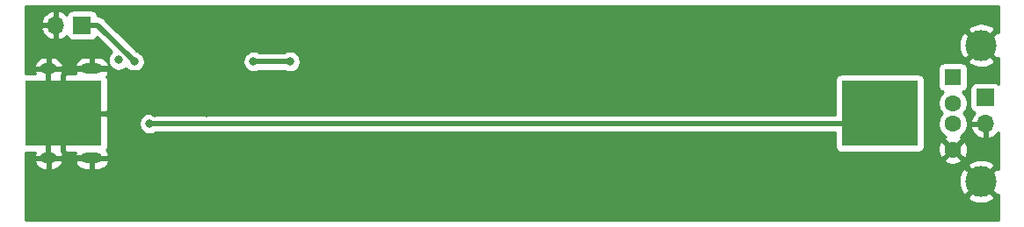
<source format=gbr>
G04 #@! TF.GenerationSoftware,KiCad,Pcbnew,(5.1.6)-1*
G04 #@! TF.CreationDate,2020-11-21T14:03:53+08:00*
G04 #@! TF.ProjectId,singlepowerbank2,73696e67-6c65-4706-9f77-657262616e6b,rev?*
G04 #@! TF.SameCoordinates,Original*
G04 #@! TF.FileFunction,Copper,L2,Bot*
G04 #@! TF.FilePolarity,Positive*
%FSLAX46Y46*%
G04 Gerber Fmt 4.6, Leading zero omitted, Abs format (unit mm)*
G04 Created by KiCad (PCBNEW (5.1.6)-1) date 2020-11-21 14:03:53*
%MOMM*%
%LPD*%
G01*
G04 APERTURE LIST*
G04 #@! TA.AperFunction,ComponentPad*
%ADD10O,1.700000X1.700000*%
G04 #@! TD*
G04 #@! TA.AperFunction,ComponentPad*
%ADD11R,1.700000X1.700000*%
G04 #@! TD*
G04 #@! TA.AperFunction,SMDPad,CuDef*
%ADD12R,7.340000X6.350000*%
G04 #@! TD*
G04 #@! TA.AperFunction,ComponentPad*
%ADD13O,2.100000X1.000000*%
G04 #@! TD*
G04 #@! TA.AperFunction,ComponentPad*
%ADD14O,1.600000X1.000000*%
G04 #@! TD*
G04 #@! TA.AperFunction,ComponentPad*
%ADD15C,1.600000*%
G04 #@! TD*
G04 #@! TA.AperFunction,ComponentPad*
%ADD16R,1.600000X1.600000*%
G04 #@! TD*
G04 #@! TA.AperFunction,ComponentPad*
%ADD17C,3.000000*%
G04 #@! TD*
G04 #@! TA.AperFunction,ViaPad*
%ADD18C,0.800000*%
G04 #@! TD*
G04 #@! TA.AperFunction,Conductor*
%ADD19C,0.500000*%
G04 #@! TD*
G04 #@! TA.AperFunction,Conductor*
%ADD20C,0.254000*%
G04 #@! TD*
G04 APERTURE END LIST*
D10*
X153500000Y-150040000D03*
D11*
X153500000Y-147500000D03*
D10*
X63960000Y-140500000D03*
D11*
X66500000Y-140500000D03*
D12*
X64670000Y-149000000D03*
X143330000Y-149000000D03*
D13*
X67430000Y-153320000D03*
X67430000Y-144680000D03*
D14*
X63250000Y-144680000D03*
X63250000Y-153320000D03*
D15*
X150370000Y-152520000D03*
X150370000Y-150020000D03*
X150370000Y-148020000D03*
D16*
X150370000Y-145520000D03*
D17*
X153080000Y-142450000D03*
X153080000Y-155590000D03*
D18*
X73500000Y-149000000D03*
X78500000Y-149000000D03*
X70898952Y-145101048D03*
X73000000Y-145249992D03*
X69999998Y-143849990D03*
X71500000Y-144000000D03*
X73000000Y-150000000D03*
X83000000Y-144000000D03*
X86500000Y-144000000D03*
D19*
X63250000Y-147850000D02*
X64400000Y-149000000D01*
X63250000Y-144680000D02*
X63250000Y-147850000D01*
X67430000Y-144680000D02*
X65045000Y-144680000D01*
X63250000Y-150150000D02*
X64400000Y-149000000D01*
X63250000Y-153320000D02*
X63250000Y-150150000D01*
X67430000Y-153320000D02*
X65045000Y-153320000D01*
X73500000Y-149000000D02*
X78500000Y-149000000D01*
X67430000Y-144680000D02*
X68980000Y-144680000D01*
X68980000Y-144680000D02*
X69401048Y-145101048D01*
X69401048Y-145101048D02*
X70898952Y-145101048D01*
X70898952Y-145101048D02*
X72851056Y-145101048D01*
X72851056Y-145101048D02*
X73000000Y-145249992D01*
X140360000Y-151700000D02*
X143060000Y-149000000D01*
X142330000Y-150000000D02*
X143330000Y-149000000D01*
X73000000Y-150000000D02*
X142330000Y-150000000D01*
X68000000Y-140500000D02*
X71500000Y-144000000D01*
X66500000Y-140500000D02*
X68000000Y-140500000D01*
X83000000Y-144000000D02*
X86500000Y-144000000D01*
D20*
G36*
X154740001Y-141221181D02*
G01*
X154571653Y-141137952D01*
X153259605Y-142450000D01*
X154571653Y-143762048D01*
X154740001Y-143678819D01*
X154740001Y-146148602D01*
X154704494Y-146119463D01*
X154594180Y-146060498D01*
X154474482Y-146024188D01*
X154350000Y-146011928D01*
X152650000Y-146011928D01*
X152525518Y-146024188D01*
X152405820Y-146060498D01*
X152295506Y-146119463D01*
X152198815Y-146198815D01*
X152119463Y-146295506D01*
X152060498Y-146405820D01*
X152024188Y-146525518D01*
X152011928Y-146650000D01*
X152011928Y-148350000D01*
X152024188Y-148474482D01*
X152060498Y-148594180D01*
X152119463Y-148704494D01*
X152198815Y-148801185D01*
X152295506Y-148880537D01*
X152405820Y-148939502D01*
X152486466Y-148963966D01*
X152402412Y-149039731D01*
X152228359Y-149273080D01*
X152103175Y-149535901D01*
X152058524Y-149683110D01*
X152179845Y-149913000D01*
X153373000Y-149913000D01*
X153373000Y-149893000D01*
X153627000Y-149893000D01*
X153627000Y-149913000D01*
X153647000Y-149913000D01*
X153647000Y-150167000D01*
X153627000Y-150167000D01*
X153627000Y-151360814D01*
X153856891Y-151481481D01*
X154131252Y-151384157D01*
X154381355Y-151235178D01*
X154597588Y-151040269D01*
X154740000Y-150849340D01*
X154740000Y-154361181D01*
X154571653Y-154277952D01*
X153259605Y-155590000D01*
X154571653Y-156902048D01*
X154740000Y-156818819D01*
X154740000Y-159340000D01*
X61060000Y-159340000D01*
X61060000Y-157081653D01*
X151767952Y-157081653D01*
X151923962Y-157397214D01*
X152298745Y-157588020D01*
X152703551Y-157702044D01*
X153122824Y-157734902D01*
X153540451Y-157685334D01*
X153940383Y-157555243D01*
X154236038Y-157397214D01*
X154392048Y-157081653D01*
X153080000Y-155769605D01*
X151767952Y-157081653D01*
X61060000Y-157081653D01*
X61060000Y-155632824D01*
X150935098Y-155632824D01*
X150984666Y-156050451D01*
X151114757Y-156450383D01*
X151272786Y-156746038D01*
X151588347Y-156902048D01*
X152900395Y-155590000D01*
X151588347Y-154277952D01*
X151272786Y-154433962D01*
X151081980Y-154808745D01*
X150967956Y-155213551D01*
X150935098Y-155632824D01*
X61060000Y-155632824D01*
X61060000Y-153621874D01*
X61855881Y-153621874D01*
X61935724Y-153844976D01*
X62057631Y-154032764D01*
X62213831Y-154193161D01*
X62398322Y-154320003D01*
X62604013Y-154408415D01*
X62823000Y-154455000D01*
X63123000Y-154455000D01*
X63123000Y-153447000D01*
X63377000Y-153447000D01*
X63377000Y-154455000D01*
X63677000Y-154455000D01*
X63895987Y-154408415D01*
X64101678Y-154320003D01*
X64286169Y-154193161D01*
X64442369Y-154032764D01*
X64564276Y-153844976D01*
X64644119Y-153621874D01*
X65785881Y-153621874D01*
X65865724Y-153844976D01*
X65987631Y-154032764D01*
X66143831Y-154193161D01*
X66328322Y-154320003D01*
X66534013Y-154408415D01*
X66753000Y-154455000D01*
X67303000Y-154455000D01*
X67303000Y-153447000D01*
X67557000Y-153447000D01*
X67557000Y-154455000D01*
X68107000Y-154455000D01*
X68325987Y-154408415D01*
X68531678Y-154320003D01*
X68716169Y-154193161D01*
X68808502Y-154098347D01*
X151767952Y-154098347D01*
X153080000Y-155410395D01*
X154392048Y-154098347D01*
X154236038Y-153782786D01*
X153861255Y-153591980D01*
X153456449Y-153477956D01*
X153037176Y-153445098D01*
X152619549Y-153494666D01*
X152219617Y-153624757D01*
X151923962Y-153782786D01*
X151767952Y-154098347D01*
X68808502Y-154098347D01*
X68872369Y-154032764D01*
X68994276Y-153844976D01*
X69074119Y-153621874D01*
X68995356Y-153512702D01*
X149556903Y-153512702D01*
X149628486Y-153756671D01*
X149883996Y-153877571D01*
X150158184Y-153946300D01*
X150440512Y-153960217D01*
X150720130Y-153918787D01*
X150986292Y-153823603D01*
X151111514Y-153756671D01*
X151183097Y-153512702D01*
X150370000Y-152699605D01*
X149556903Y-153512702D01*
X68995356Y-153512702D01*
X68947954Y-153447000D01*
X67557000Y-153447000D01*
X67303000Y-153447000D01*
X65912046Y-153447000D01*
X65785881Y-153621874D01*
X64644119Y-153621874D01*
X64517954Y-153447000D01*
X63377000Y-153447000D01*
X63123000Y-153447000D01*
X61982046Y-153447000D01*
X61855881Y-153621874D01*
X61060000Y-153621874D01*
X61060000Y-152813018D01*
X61929567Y-152812228D01*
X61855881Y-153018126D01*
X61982046Y-153193000D01*
X63123000Y-153193000D01*
X63123000Y-153173000D01*
X63377000Y-153173000D01*
X63377000Y-153193000D01*
X64517954Y-153193000D01*
X64644119Y-153018126D01*
X64564276Y-152795024D01*
X64499306Y-152694944D01*
X64543000Y-152651250D01*
X64543000Y-149127000D01*
X64797000Y-149127000D01*
X64797000Y-152651250D01*
X64955750Y-152810000D01*
X65860071Y-152810821D01*
X65785881Y-153018126D01*
X65912046Y-153193000D01*
X67303000Y-153193000D01*
X67303000Y-153173000D01*
X67557000Y-153173000D01*
X67557000Y-153193000D01*
X68947954Y-153193000D01*
X69074119Y-153018126D01*
X68994276Y-152795024D01*
X68872369Y-152607236D01*
X68836752Y-152570662D01*
X68870537Y-152529494D01*
X68929502Y-152419180D01*
X68965812Y-152299482D01*
X68978072Y-152175000D01*
X68975652Y-149898061D01*
X71965000Y-149898061D01*
X71965000Y-150101939D01*
X72004774Y-150301898D01*
X72082795Y-150490256D01*
X72196063Y-150659774D01*
X72340226Y-150803937D01*
X72509744Y-150917205D01*
X72698102Y-150995226D01*
X72898061Y-151035000D01*
X73101939Y-151035000D01*
X73301898Y-150995226D01*
X73490256Y-150917205D01*
X73538454Y-150885000D01*
X139021928Y-150885000D01*
X139021928Y-152175000D01*
X139034188Y-152299482D01*
X139070498Y-152419180D01*
X139129463Y-152529494D01*
X139208815Y-152626185D01*
X139305506Y-152705537D01*
X139415820Y-152764502D01*
X139535518Y-152800812D01*
X139660000Y-152813072D01*
X147000000Y-152813072D01*
X147124482Y-152800812D01*
X147244180Y-152764502D01*
X147354494Y-152705537D01*
X147451185Y-152626185D01*
X147480460Y-152590512D01*
X148929783Y-152590512D01*
X148971213Y-152870130D01*
X149066397Y-153136292D01*
X149133329Y-153261514D01*
X149377298Y-153333097D01*
X150190395Y-152520000D01*
X150549605Y-152520000D01*
X151362702Y-153333097D01*
X151606671Y-153261514D01*
X151727571Y-153006004D01*
X151796300Y-152731816D01*
X151810217Y-152449488D01*
X151768787Y-152169870D01*
X151673603Y-151903708D01*
X151606671Y-151778486D01*
X151362702Y-151706903D01*
X150549605Y-152520000D01*
X150190395Y-152520000D01*
X149377298Y-151706903D01*
X149133329Y-151778486D01*
X149012429Y-152033996D01*
X148943700Y-152308184D01*
X148929783Y-152590512D01*
X147480460Y-152590512D01*
X147530537Y-152529494D01*
X147589502Y-152419180D01*
X147625812Y-152299482D01*
X147638072Y-152175000D01*
X147638072Y-145825000D01*
X147625812Y-145700518D01*
X147589502Y-145580820D01*
X147530537Y-145470506D01*
X147451185Y-145373815D01*
X147354494Y-145294463D01*
X147244180Y-145235498D01*
X147124482Y-145199188D01*
X147000000Y-145186928D01*
X139660000Y-145186928D01*
X139535518Y-145199188D01*
X139415820Y-145235498D01*
X139305506Y-145294463D01*
X139208815Y-145373815D01*
X139129463Y-145470506D01*
X139070498Y-145580820D01*
X139034188Y-145700518D01*
X139021928Y-145825000D01*
X139021928Y-149115000D01*
X73538454Y-149115000D01*
X73490256Y-149082795D01*
X73301898Y-149004774D01*
X73101939Y-148965000D01*
X72898061Y-148965000D01*
X72698102Y-149004774D01*
X72509744Y-149082795D01*
X72340226Y-149196063D01*
X72196063Y-149340226D01*
X72082795Y-149509744D01*
X72004774Y-149698102D01*
X71965000Y-149898061D01*
X68975652Y-149898061D01*
X68975000Y-149285750D01*
X68816250Y-149127000D01*
X64797000Y-149127000D01*
X64543000Y-149127000D01*
X64523000Y-149127000D01*
X64523000Y-148873000D01*
X64543000Y-148873000D01*
X64543000Y-145348750D01*
X64797000Y-145348750D01*
X64797000Y-148873000D01*
X68816250Y-148873000D01*
X68975000Y-148714250D01*
X68978072Y-145825000D01*
X68965812Y-145700518D01*
X68929502Y-145580820D01*
X68870537Y-145470506D01*
X68836752Y-145429338D01*
X68872369Y-145392764D01*
X68994276Y-145204976D01*
X69074119Y-144981874D01*
X68947954Y-144807000D01*
X67557000Y-144807000D01*
X67557000Y-144827000D01*
X67303000Y-144827000D01*
X67303000Y-144807000D01*
X65912046Y-144807000D01*
X65785881Y-144981874D01*
X65860071Y-145189179D01*
X64955750Y-145190000D01*
X64797000Y-145348750D01*
X64543000Y-145348750D01*
X64499306Y-145305056D01*
X64564276Y-145204976D01*
X64644119Y-144981874D01*
X64517954Y-144807000D01*
X63377000Y-144807000D01*
X63377000Y-144827000D01*
X63123000Y-144827000D01*
X63123000Y-144807000D01*
X61982046Y-144807000D01*
X61855881Y-144981874D01*
X61929567Y-145187772D01*
X61060000Y-145186982D01*
X61060000Y-144378126D01*
X61855881Y-144378126D01*
X61982046Y-144553000D01*
X63123000Y-144553000D01*
X63123000Y-143545000D01*
X63377000Y-143545000D01*
X63377000Y-144553000D01*
X64517954Y-144553000D01*
X64644119Y-144378126D01*
X65785881Y-144378126D01*
X65912046Y-144553000D01*
X67303000Y-144553000D01*
X67303000Y-143545000D01*
X67557000Y-143545000D01*
X67557000Y-144553000D01*
X68947954Y-144553000D01*
X69074119Y-144378126D01*
X68994276Y-144155024D01*
X68872369Y-143967236D01*
X68716169Y-143806839D01*
X68531678Y-143679997D01*
X68325987Y-143591585D01*
X68107000Y-143545000D01*
X67557000Y-143545000D01*
X67303000Y-143545000D01*
X66753000Y-143545000D01*
X66534013Y-143591585D01*
X66328322Y-143679997D01*
X66143831Y-143806839D01*
X65987631Y-143967236D01*
X65865724Y-144155024D01*
X65785881Y-144378126D01*
X64644119Y-144378126D01*
X64564276Y-144155024D01*
X64442369Y-143967236D01*
X64286169Y-143806839D01*
X64101678Y-143679997D01*
X63895987Y-143591585D01*
X63677000Y-143545000D01*
X63377000Y-143545000D01*
X63123000Y-143545000D01*
X62823000Y-143545000D01*
X62604013Y-143591585D01*
X62398322Y-143679997D01*
X62213831Y-143806839D01*
X62057631Y-143967236D01*
X61935724Y-144155024D01*
X61855881Y-144378126D01*
X61060000Y-144378126D01*
X61060000Y-140856891D01*
X62518519Y-140856891D01*
X62615843Y-141131252D01*
X62764822Y-141381355D01*
X62959731Y-141597588D01*
X63193080Y-141771641D01*
X63455901Y-141896825D01*
X63603110Y-141941476D01*
X63833000Y-141820155D01*
X63833000Y-140627000D01*
X62639186Y-140627000D01*
X62518519Y-140856891D01*
X61060000Y-140856891D01*
X61060000Y-140143109D01*
X62518519Y-140143109D01*
X62639186Y-140373000D01*
X63833000Y-140373000D01*
X63833000Y-139179845D01*
X64087000Y-139179845D01*
X64087000Y-140373000D01*
X64107000Y-140373000D01*
X64107000Y-140627000D01*
X64087000Y-140627000D01*
X64087000Y-141820155D01*
X64316890Y-141941476D01*
X64464099Y-141896825D01*
X64726920Y-141771641D01*
X64960269Y-141597588D01*
X65036034Y-141513534D01*
X65060498Y-141594180D01*
X65119463Y-141704494D01*
X65198815Y-141801185D01*
X65295506Y-141880537D01*
X65405820Y-141939502D01*
X65525518Y-141975812D01*
X65650000Y-141988072D01*
X67350000Y-141988072D01*
X67474482Y-141975812D01*
X67594180Y-141939502D01*
X67704494Y-141880537D01*
X67801185Y-141801185D01*
X67880537Y-141704494D01*
X67905749Y-141657327D01*
X69317349Y-143068928D01*
X69196061Y-143190216D01*
X69082793Y-143359734D01*
X69004772Y-143548092D01*
X68964998Y-143748051D01*
X68964998Y-143951929D01*
X69004772Y-144151888D01*
X69082793Y-144340246D01*
X69196061Y-144509764D01*
X69340224Y-144653927D01*
X69509742Y-144767195D01*
X69698100Y-144845216D01*
X69898059Y-144884990D01*
X70101937Y-144884990D01*
X70301896Y-144845216D01*
X70490254Y-144767195D01*
X70659772Y-144653927D01*
X70679185Y-144634514D01*
X70696063Y-144659774D01*
X70840226Y-144803937D01*
X71009744Y-144917205D01*
X71198102Y-144995226D01*
X71398061Y-145035000D01*
X71601939Y-145035000D01*
X71801898Y-144995226D01*
X71990256Y-144917205D01*
X72159774Y-144803937D01*
X72303937Y-144659774D01*
X72417205Y-144490256D01*
X72495226Y-144301898D01*
X72535000Y-144101939D01*
X72535000Y-143898061D01*
X81965000Y-143898061D01*
X81965000Y-144101939D01*
X82004774Y-144301898D01*
X82082795Y-144490256D01*
X82196063Y-144659774D01*
X82340226Y-144803937D01*
X82509744Y-144917205D01*
X82698102Y-144995226D01*
X82898061Y-145035000D01*
X83101939Y-145035000D01*
X83301898Y-144995226D01*
X83490256Y-144917205D01*
X83538454Y-144885000D01*
X85961546Y-144885000D01*
X86009744Y-144917205D01*
X86198102Y-144995226D01*
X86398061Y-145035000D01*
X86601939Y-145035000D01*
X86801898Y-144995226D01*
X86990256Y-144917205D01*
X87159774Y-144803937D01*
X87243711Y-144720000D01*
X148931928Y-144720000D01*
X148931928Y-146320000D01*
X148944188Y-146444482D01*
X148980498Y-146564180D01*
X149039463Y-146674494D01*
X149118815Y-146771185D01*
X149215506Y-146850537D01*
X149325820Y-146909502D01*
X149421943Y-146938661D01*
X149255363Y-147105241D01*
X149098320Y-147340273D01*
X148990147Y-147601426D01*
X148935000Y-147878665D01*
X148935000Y-148161335D01*
X148990147Y-148438574D01*
X149098320Y-148699727D01*
X149255363Y-148934759D01*
X149340604Y-149020000D01*
X149255363Y-149105241D01*
X149098320Y-149340273D01*
X148990147Y-149601426D01*
X148935000Y-149878665D01*
X148935000Y-150161335D01*
X148990147Y-150438574D01*
X149098320Y-150699727D01*
X149255363Y-150934759D01*
X149455241Y-151134637D01*
X149655869Y-151268692D01*
X149628486Y-151283329D01*
X149556903Y-151527298D01*
X150370000Y-152340395D01*
X151183097Y-151527298D01*
X151111514Y-151283329D01*
X151082659Y-151269676D01*
X151284759Y-151134637D01*
X151484637Y-150934759D01*
X151641680Y-150699727D01*
X151749853Y-150438574D01*
X151758144Y-150396890D01*
X152058524Y-150396890D01*
X152103175Y-150544099D01*
X152228359Y-150806920D01*
X152402412Y-151040269D01*
X152618645Y-151235178D01*
X152868748Y-151384157D01*
X153143109Y-151481481D01*
X153373000Y-151360814D01*
X153373000Y-150167000D01*
X152179845Y-150167000D01*
X152058524Y-150396890D01*
X151758144Y-150396890D01*
X151805000Y-150161335D01*
X151805000Y-149878665D01*
X151749853Y-149601426D01*
X151641680Y-149340273D01*
X151484637Y-149105241D01*
X151399396Y-149020000D01*
X151484637Y-148934759D01*
X151641680Y-148699727D01*
X151749853Y-148438574D01*
X151805000Y-148161335D01*
X151805000Y-147878665D01*
X151749853Y-147601426D01*
X151641680Y-147340273D01*
X151484637Y-147105241D01*
X151318057Y-146938661D01*
X151414180Y-146909502D01*
X151524494Y-146850537D01*
X151621185Y-146771185D01*
X151700537Y-146674494D01*
X151759502Y-146564180D01*
X151795812Y-146444482D01*
X151808072Y-146320000D01*
X151808072Y-144720000D01*
X151795812Y-144595518D01*
X151759502Y-144475820D01*
X151700537Y-144365506D01*
X151621185Y-144268815D01*
X151524494Y-144189463D01*
X151414180Y-144130498D01*
X151294482Y-144094188D01*
X151170000Y-144081928D01*
X149570000Y-144081928D01*
X149445518Y-144094188D01*
X149325820Y-144130498D01*
X149215506Y-144189463D01*
X149118815Y-144268815D01*
X149039463Y-144365506D01*
X148980498Y-144475820D01*
X148944188Y-144595518D01*
X148931928Y-144720000D01*
X87243711Y-144720000D01*
X87303937Y-144659774D01*
X87417205Y-144490256D01*
X87495226Y-144301898D01*
X87535000Y-144101939D01*
X87535000Y-143941653D01*
X151767952Y-143941653D01*
X151923962Y-144257214D01*
X152298745Y-144448020D01*
X152703551Y-144562044D01*
X153122824Y-144594902D01*
X153540451Y-144545334D01*
X153940383Y-144415243D01*
X154236038Y-144257214D01*
X154392048Y-143941653D01*
X153080000Y-142629605D01*
X151767952Y-143941653D01*
X87535000Y-143941653D01*
X87535000Y-143898061D01*
X87495226Y-143698102D01*
X87417205Y-143509744D01*
X87303937Y-143340226D01*
X87159774Y-143196063D01*
X86990256Y-143082795D01*
X86801898Y-143004774D01*
X86601939Y-142965000D01*
X86398061Y-142965000D01*
X86198102Y-143004774D01*
X86009744Y-143082795D01*
X85961546Y-143115000D01*
X83538454Y-143115000D01*
X83490256Y-143082795D01*
X83301898Y-143004774D01*
X83101939Y-142965000D01*
X82898061Y-142965000D01*
X82698102Y-143004774D01*
X82509744Y-143082795D01*
X82340226Y-143196063D01*
X82196063Y-143340226D01*
X82082795Y-143509744D01*
X82004774Y-143698102D01*
X81965000Y-143898061D01*
X72535000Y-143898061D01*
X72495226Y-143698102D01*
X72417205Y-143509744D01*
X72303937Y-143340226D01*
X72159774Y-143196063D01*
X71990256Y-143082795D01*
X71801898Y-143004774D01*
X71745044Y-142993465D01*
X71244403Y-142492824D01*
X150935098Y-142492824D01*
X150984666Y-142910451D01*
X151114757Y-143310383D01*
X151272786Y-143606038D01*
X151588347Y-143762048D01*
X152900395Y-142450000D01*
X151588347Y-141137952D01*
X151272786Y-141293962D01*
X151081980Y-141668745D01*
X150967956Y-142073551D01*
X150935098Y-142492824D01*
X71244403Y-142492824D01*
X69709926Y-140958347D01*
X151767952Y-140958347D01*
X153080000Y-142270395D01*
X154392048Y-140958347D01*
X154236038Y-140642786D01*
X153861255Y-140451980D01*
X153456449Y-140337956D01*
X153037176Y-140305098D01*
X152619549Y-140354666D01*
X152219617Y-140484757D01*
X151923962Y-140642786D01*
X151767952Y-140958347D01*
X69709926Y-140958347D01*
X68656534Y-139904956D01*
X68628817Y-139871183D01*
X68494059Y-139760589D01*
X68340313Y-139678411D01*
X68173490Y-139627805D01*
X68043477Y-139615000D01*
X68043469Y-139615000D01*
X68000000Y-139610719D01*
X67984355Y-139612260D01*
X67975812Y-139525518D01*
X67939502Y-139405820D01*
X67880537Y-139295506D01*
X67801185Y-139198815D01*
X67704494Y-139119463D01*
X67594180Y-139060498D01*
X67474482Y-139024188D01*
X67350000Y-139011928D01*
X65650000Y-139011928D01*
X65525518Y-139024188D01*
X65405820Y-139060498D01*
X65295506Y-139119463D01*
X65198815Y-139198815D01*
X65119463Y-139295506D01*
X65060498Y-139405820D01*
X65036034Y-139486466D01*
X64960269Y-139402412D01*
X64726920Y-139228359D01*
X64464099Y-139103175D01*
X64316890Y-139058524D01*
X64087000Y-139179845D01*
X63833000Y-139179845D01*
X63603110Y-139058524D01*
X63455901Y-139103175D01*
X63193080Y-139228359D01*
X62959731Y-139402412D01*
X62764822Y-139618645D01*
X62615843Y-139868748D01*
X62518519Y-140143109D01*
X61060000Y-140143109D01*
X61060000Y-138660000D01*
X154740001Y-138660000D01*
X154740001Y-141221181D01*
G37*
X154740001Y-141221181D02*
X154571653Y-141137952D01*
X153259605Y-142450000D01*
X154571653Y-143762048D01*
X154740001Y-143678819D01*
X154740001Y-146148602D01*
X154704494Y-146119463D01*
X154594180Y-146060498D01*
X154474482Y-146024188D01*
X154350000Y-146011928D01*
X152650000Y-146011928D01*
X152525518Y-146024188D01*
X152405820Y-146060498D01*
X152295506Y-146119463D01*
X152198815Y-146198815D01*
X152119463Y-146295506D01*
X152060498Y-146405820D01*
X152024188Y-146525518D01*
X152011928Y-146650000D01*
X152011928Y-148350000D01*
X152024188Y-148474482D01*
X152060498Y-148594180D01*
X152119463Y-148704494D01*
X152198815Y-148801185D01*
X152295506Y-148880537D01*
X152405820Y-148939502D01*
X152486466Y-148963966D01*
X152402412Y-149039731D01*
X152228359Y-149273080D01*
X152103175Y-149535901D01*
X152058524Y-149683110D01*
X152179845Y-149913000D01*
X153373000Y-149913000D01*
X153373000Y-149893000D01*
X153627000Y-149893000D01*
X153627000Y-149913000D01*
X153647000Y-149913000D01*
X153647000Y-150167000D01*
X153627000Y-150167000D01*
X153627000Y-151360814D01*
X153856891Y-151481481D01*
X154131252Y-151384157D01*
X154381355Y-151235178D01*
X154597588Y-151040269D01*
X154740000Y-150849340D01*
X154740000Y-154361181D01*
X154571653Y-154277952D01*
X153259605Y-155590000D01*
X154571653Y-156902048D01*
X154740000Y-156818819D01*
X154740000Y-159340000D01*
X61060000Y-159340000D01*
X61060000Y-157081653D01*
X151767952Y-157081653D01*
X151923962Y-157397214D01*
X152298745Y-157588020D01*
X152703551Y-157702044D01*
X153122824Y-157734902D01*
X153540451Y-157685334D01*
X153940383Y-157555243D01*
X154236038Y-157397214D01*
X154392048Y-157081653D01*
X153080000Y-155769605D01*
X151767952Y-157081653D01*
X61060000Y-157081653D01*
X61060000Y-155632824D01*
X150935098Y-155632824D01*
X150984666Y-156050451D01*
X151114757Y-156450383D01*
X151272786Y-156746038D01*
X151588347Y-156902048D01*
X152900395Y-155590000D01*
X151588347Y-154277952D01*
X151272786Y-154433962D01*
X151081980Y-154808745D01*
X150967956Y-155213551D01*
X150935098Y-155632824D01*
X61060000Y-155632824D01*
X61060000Y-153621874D01*
X61855881Y-153621874D01*
X61935724Y-153844976D01*
X62057631Y-154032764D01*
X62213831Y-154193161D01*
X62398322Y-154320003D01*
X62604013Y-154408415D01*
X62823000Y-154455000D01*
X63123000Y-154455000D01*
X63123000Y-153447000D01*
X63377000Y-153447000D01*
X63377000Y-154455000D01*
X63677000Y-154455000D01*
X63895987Y-154408415D01*
X64101678Y-154320003D01*
X64286169Y-154193161D01*
X64442369Y-154032764D01*
X64564276Y-153844976D01*
X64644119Y-153621874D01*
X65785881Y-153621874D01*
X65865724Y-153844976D01*
X65987631Y-154032764D01*
X66143831Y-154193161D01*
X66328322Y-154320003D01*
X66534013Y-154408415D01*
X66753000Y-154455000D01*
X67303000Y-154455000D01*
X67303000Y-153447000D01*
X67557000Y-153447000D01*
X67557000Y-154455000D01*
X68107000Y-154455000D01*
X68325987Y-154408415D01*
X68531678Y-154320003D01*
X68716169Y-154193161D01*
X68808502Y-154098347D01*
X151767952Y-154098347D01*
X153080000Y-155410395D01*
X154392048Y-154098347D01*
X154236038Y-153782786D01*
X153861255Y-153591980D01*
X153456449Y-153477956D01*
X153037176Y-153445098D01*
X152619549Y-153494666D01*
X152219617Y-153624757D01*
X151923962Y-153782786D01*
X151767952Y-154098347D01*
X68808502Y-154098347D01*
X68872369Y-154032764D01*
X68994276Y-153844976D01*
X69074119Y-153621874D01*
X68995356Y-153512702D01*
X149556903Y-153512702D01*
X149628486Y-153756671D01*
X149883996Y-153877571D01*
X150158184Y-153946300D01*
X150440512Y-153960217D01*
X150720130Y-153918787D01*
X150986292Y-153823603D01*
X151111514Y-153756671D01*
X151183097Y-153512702D01*
X150370000Y-152699605D01*
X149556903Y-153512702D01*
X68995356Y-153512702D01*
X68947954Y-153447000D01*
X67557000Y-153447000D01*
X67303000Y-153447000D01*
X65912046Y-153447000D01*
X65785881Y-153621874D01*
X64644119Y-153621874D01*
X64517954Y-153447000D01*
X63377000Y-153447000D01*
X63123000Y-153447000D01*
X61982046Y-153447000D01*
X61855881Y-153621874D01*
X61060000Y-153621874D01*
X61060000Y-152813018D01*
X61929567Y-152812228D01*
X61855881Y-153018126D01*
X61982046Y-153193000D01*
X63123000Y-153193000D01*
X63123000Y-153173000D01*
X63377000Y-153173000D01*
X63377000Y-153193000D01*
X64517954Y-153193000D01*
X64644119Y-153018126D01*
X64564276Y-152795024D01*
X64499306Y-152694944D01*
X64543000Y-152651250D01*
X64543000Y-149127000D01*
X64797000Y-149127000D01*
X64797000Y-152651250D01*
X64955750Y-152810000D01*
X65860071Y-152810821D01*
X65785881Y-153018126D01*
X65912046Y-153193000D01*
X67303000Y-153193000D01*
X67303000Y-153173000D01*
X67557000Y-153173000D01*
X67557000Y-153193000D01*
X68947954Y-153193000D01*
X69074119Y-153018126D01*
X68994276Y-152795024D01*
X68872369Y-152607236D01*
X68836752Y-152570662D01*
X68870537Y-152529494D01*
X68929502Y-152419180D01*
X68965812Y-152299482D01*
X68978072Y-152175000D01*
X68975652Y-149898061D01*
X71965000Y-149898061D01*
X71965000Y-150101939D01*
X72004774Y-150301898D01*
X72082795Y-150490256D01*
X72196063Y-150659774D01*
X72340226Y-150803937D01*
X72509744Y-150917205D01*
X72698102Y-150995226D01*
X72898061Y-151035000D01*
X73101939Y-151035000D01*
X73301898Y-150995226D01*
X73490256Y-150917205D01*
X73538454Y-150885000D01*
X139021928Y-150885000D01*
X139021928Y-152175000D01*
X139034188Y-152299482D01*
X139070498Y-152419180D01*
X139129463Y-152529494D01*
X139208815Y-152626185D01*
X139305506Y-152705537D01*
X139415820Y-152764502D01*
X139535518Y-152800812D01*
X139660000Y-152813072D01*
X147000000Y-152813072D01*
X147124482Y-152800812D01*
X147244180Y-152764502D01*
X147354494Y-152705537D01*
X147451185Y-152626185D01*
X147480460Y-152590512D01*
X148929783Y-152590512D01*
X148971213Y-152870130D01*
X149066397Y-153136292D01*
X149133329Y-153261514D01*
X149377298Y-153333097D01*
X150190395Y-152520000D01*
X150549605Y-152520000D01*
X151362702Y-153333097D01*
X151606671Y-153261514D01*
X151727571Y-153006004D01*
X151796300Y-152731816D01*
X151810217Y-152449488D01*
X151768787Y-152169870D01*
X151673603Y-151903708D01*
X151606671Y-151778486D01*
X151362702Y-151706903D01*
X150549605Y-152520000D01*
X150190395Y-152520000D01*
X149377298Y-151706903D01*
X149133329Y-151778486D01*
X149012429Y-152033996D01*
X148943700Y-152308184D01*
X148929783Y-152590512D01*
X147480460Y-152590512D01*
X147530537Y-152529494D01*
X147589502Y-152419180D01*
X147625812Y-152299482D01*
X147638072Y-152175000D01*
X147638072Y-145825000D01*
X147625812Y-145700518D01*
X147589502Y-145580820D01*
X147530537Y-145470506D01*
X147451185Y-145373815D01*
X147354494Y-145294463D01*
X147244180Y-145235498D01*
X147124482Y-145199188D01*
X147000000Y-145186928D01*
X139660000Y-145186928D01*
X139535518Y-145199188D01*
X139415820Y-145235498D01*
X139305506Y-145294463D01*
X139208815Y-145373815D01*
X139129463Y-145470506D01*
X139070498Y-145580820D01*
X139034188Y-145700518D01*
X139021928Y-145825000D01*
X139021928Y-149115000D01*
X73538454Y-149115000D01*
X73490256Y-149082795D01*
X73301898Y-149004774D01*
X73101939Y-148965000D01*
X72898061Y-148965000D01*
X72698102Y-149004774D01*
X72509744Y-149082795D01*
X72340226Y-149196063D01*
X72196063Y-149340226D01*
X72082795Y-149509744D01*
X72004774Y-149698102D01*
X71965000Y-149898061D01*
X68975652Y-149898061D01*
X68975000Y-149285750D01*
X68816250Y-149127000D01*
X64797000Y-149127000D01*
X64543000Y-149127000D01*
X64523000Y-149127000D01*
X64523000Y-148873000D01*
X64543000Y-148873000D01*
X64543000Y-145348750D01*
X64797000Y-145348750D01*
X64797000Y-148873000D01*
X68816250Y-148873000D01*
X68975000Y-148714250D01*
X68978072Y-145825000D01*
X68965812Y-145700518D01*
X68929502Y-145580820D01*
X68870537Y-145470506D01*
X68836752Y-145429338D01*
X68872369Y-145392764D01*
X68994276Y-145204976D01*
X69074119Y-144981874D01*
X68947954Y-144807000D01*
X67557000Y-144807000D01*
X67557000Y-144827000D01*
X67303000Y-144827000D01*
X67303000Y-144807000D01*
X65912046Y-144807000D01*
X65785881Y-144981874D01*
X65860071Y-145189179D01*
X64955750Y-145190000D01*
X64797000Y-145348750D01*
X64543000Y-145348750D01*
X64499306Y-145305056D01*
X64564276Y-145204976D01*
X64644119Y-144981874D01*
X64517954Y-144807000D01*
X63377000Y-144807000D01*
X63377000Y-144827000D01*
X63123000Y-144827000D01*
X63123000Y-144807000D01*
X61982046Y-144807000D01*
X61855881Y-144981874D01*
X61929567Y-145187772D01*
X61060000Y-145186982D01*
X61060000Y-144378126D01*
X61855881Y-144378126D01*
X61982046Y-144553000D01*
X63123000Y-144553000D01*
X63123000Y-143545000D01*
X63377000Y-143545000D01*
X63377000Y-144553000D01*
X64517954Y-144553000D01*
X64644119Y-144378126D01*
X65785881Y-144378126D01*
X65912046Y-144553000D01*
X67303000Y-144553000D01*
X67303000Y-143545000D01*
X67557000Y-143545000D01*
X67557000Y-144553000D01*
X68947954Y-144553000D01*
X69074119Y-144378126D01*
X68994276Y-144155024D01*
X68872369Y-143967236D01*
X68716169Y-143806839D01*
X68531678Y-143679997D01*
X68325987Y-143591585D01*
X68107000Y-143545000D01*
X67557000Y-143545000D01*
X67303000Y-143545000D01*
X66753000Y-143545000D01*
X66534013Y-143591585D01*
X66328322Y-143679997D01*
X66143831Y-143806839D01*
X65987631Y-143967236D01*
X65865724Y-144155024D01*
X65785881Y-144378126D01*
X64644119Y-144378126D01*
X64564276Y-144155024D01*
X64442369Y-143967236D01*
X64286169Y-143806839D01*
X64101678Y-143679997D01*
X63895987Y-143591585D01*
X63677000Y-143545000D01*
X63377000Y-143545000D01*
X63123000Y-143545000D01*
X62823000Y-143545000D01*
X62604013Y-143591585D01*
X62398322Y-143679997D01*
X62213831Y-143806839D01*
X62057631Y-143967236D01*
X61935724Y-144155024D01*
X61855881Y-144378126D01*
X61060000Y-144378126D01*
X61060000Y-140856891D01*
X62518519Y-140856891D01*
X62615843Y-141131252D01*
X62764822Y-141381355D01*
X62959731Y-141597588D01*
X63193080Y-141771641D01*
X63455901Y-141896825D01*
X63603110Y-141941476D01*
X63833000Y-141820155D01*
X63833000Y-140627000D01*
X62639186Y-140627000D01*
X62518519Y-140856891D01*
X61060000Y-140856891D01*
X61060000Y-140143109D01*
X62518519Y-140143109D01*
X62639186Y-140373000D01*
X63833000Y-140373000D01*
X63833000Y-139179845D01*
X64087000Y-139179845D01*
X64087000Y-140373000D01*
X64107000Y-140373000D01*
X64107000Y-140627000D01*
X64087000Y-140627000D01*
X64087000Y-141820155D01*
X64316890Y-141941476D01*
X64464099Y-141896825D01*
X64726920Y-141771641D01*
X64960269Y-141597588D01*
X65036034Y-141513534D01*
X65060498Y-141594180D01*
X65119463Y-141704494D01*
X65198815Y-141801185D01*
X65295506Y-141880537D01*
X65405820Y-141939502D01*
X65525518Y-141975812D01*
X65650000Y-141988072D01*
X67350000Y-141988072D01*
X67474482Y-141975812D01*
X67594180Y-141939502D01*
X67704494Y-141880537D01*
X67801185Y-141801185D01*
X67880537Y-141704494D01*
X67905749Y-141657327D01*
X69317349Y-143068928D01*
X69196061Y-143190216D01*
X69082793Y-143359734D01*
X69004772Y-143548092D01*
X68964998Y-143748051D01*
X68964998Y-143951929D01*
X69004772Y-144151888D01*
X69082793Y-144340246D01*
X69196061Y-144509764D01*
X69340224Y-144653927D01*
X69509742Y-144767195D01*
X69698100Y-144845216D01*
X69898059Y-144884990D01*
X70101937Y-144884990D01*
X70301896Y-144845216D01*
X70490254Y-144767195D01*
X70659772Y-144653927D01*
X70679185Y-144634514D01*
X70696063Y-144659774D01*
X70840226Y-144803937D01*
X71009744Y-144917205D01*
X71198102Y-144995226D01*
X71398061Y-145035000D01*
X71601939Y-145035000D01*
X71801898Y-144995226D01*
X71990256Y-144917205D01*
X72159774Y-144803937D01*
X72303937Y-144659774D01*
X72417205Y-144490256D01*
X72495226Y-144301898D01*
X72535000Y-144101939D01*
X72535000Y-143898061D01*
X81965000Y-143898061D01*
X81965000Y-144101939D01*
X82004774Y-144301898D01*
X82082795Y-144490256D01*
X82196063Y-144659774D01*
X82340226Y-144803937D01*
X82509744Y-144917205D01*
X82698102Y-144995226D01*
X82898061Y-145035000D01*
X83101939Y-145035000D01*
X83301898Y-144995226D01*
X83490256Y-144917205D01*
X83538454Y-144885000D01*
X85961546Y-144885000D01*
X86009744Y-144917205D01*
X86198102Y-144995226D01*
X86398061Y-145035000D01*
X86601939Y-145035000D01*
X86801898Y-144995226D01*
X86990256Y-144917205D01*
X87159774Y-144803937D01*
X87243711Y-144720000D01*
X148931928Y-144720000D01*
X148931928Y-146320000D01*
X148944188Y-146444482D01*
X148980498Y-146564180D01*
X149039463Y-146674494D01*
X149118815Y-146771185D01*
X149215506Y-146850537D01*
X149325820Y-146909502D01*
X149421943Y-146938661D01*
X149255363Y-147105241D01*
X149098320Y-147340273D01*
X148990147Y-147601426D01*
X148935000Y-147878665D01*
X148935000Y-148161335D01*
X148990147Y-148438574D01*
X149098320Y-148699727D01*
X149255363Y-148934759D01*
X149340604Y-149020000D01*
X149255363Y-149105241D01*
X149098320Y-149340273D01*
X148990147Y-149601426D01*
X148935000Y-149878665D01*
X148935000Y-150161335D01*
X148990147Y-150438574D01*
X149098320Y-150699727D01*
X149255363Y-150934759D01*
X149455241Y-151134637D01*
X149655869Y-151268692D01*
X149628486Y-151283329D01*
X149556903Y-151527298D01*
X150370000Y-152340395D01*
X151183097Y-151527298D01*
X151111514Y-151283329D01*
X151082659Y-151269676D01*
X151284759Y-151134637D01*
X151484637Y-150934759D01*
X151641680Y-150699727D01*
X151749853Y-150438574D01*
X151758144Y-150396890D01*
X152058524Y-150396890D01*
X152103175Y-150544099D01*
X152228359Y-150806920D01*
X152402412Y-151040269D01*
X152618645Y-151235178D01*
X152868748Y-151384157D01*
X153143109Y-151481481D01*
X153373000Y-151360814D01*
X153373000Y-150167000D01*
X152179845Y-150167000D01*
X152058524Y-150396890D01*
X151758144Y-150396890D01*
X151805000Y-150161335D01*
X151805000Y-149878665D01*
X151749853Y-149601426D01*
X151641680Y-149340273D01*
X151484637Y-149105241D01*
X151399396Y-149020000D01*
X151484637Y-148934759D01*
X151641680Y-148699727D01*
X151749853Y-148438574D01*
X151805000Y-148161335D01*
X151805000Y-147878665D01*
X151749853Y-147601426D01*
X151641680Y-147340273D01*
X151484637Y-147105241D01*
X151318057Y-146938661D01*
X151414180Y-146909502D01*
X151524494Y-146850537D01*
X151621185Y-146771185D01*
X151700537Y-146674494D01*
X151759502Y-146564180D01*
X151795812Y-146444482D01*
X151808072Y-146320000D01*
X151808072Y-144720000D01*
X151795812Y-144595518D01*
X151759502Y-144475820D01*
X151700537Y-144365506D01*
X151621185Y-144268815D01*
X151524494Y-144189463D01*
X151414180Y-144130498D01*
X151294482Y-144094188D01*
X151170000Y-144081928D01*
X149570000Y-144081928D01*
X149445518Y-144094188D01*
X149325820Y-144130498D01*
X149215506Y-144189463D01*
X149118815Y-144268815D01*
X149039463Y-144365506D01*
X148980498Y-144475820D01*
X148944188Y-144595518D01*
X148931928Y-144720000D01*
X87243711Y-144720000D01*
X87303937Y-144659774D01*
X87417205Y-144490256D01*
X87495226Y-144301898D01*
X87535000Y-144101939D01*
X87535000Y-143941653D01*
X151767952Y-143941653D01*
X151923962Y-144257214D01*
X152298745Y-144448020D01*
X152703551Y-144562044D01*
X153122824Y-144594902D01*
X153540451Y-144545334D01*
X153940383Y-144415243D01*
X154236038Y-144257214D01*
X154392048Y-143941653D01*
X153080000Y-142629605D01*
X151767952Y-143941653D01*
X87535000Y-143941653D01*
X87535000Y-143898061D01*
X87495226Y-143698102D01*
X87417205Y-143509744D01*
X87303937Y-143340226D01*
X87159774Y-143196063D01*
X86990256Y-143082795D01*
X86801898Y-143004774D01*
X86601939Y-142965000D01*
X86398061Y-142965000D01*
X86198102Y-143004774D01*
X86009744Y-143082795D01*
X85961546Y-143115000D01*
X83538454Y-143115000D01*
X83490256Y-143082795D01*
X83301898Y-143004774D01*
X83101939Y-142965000D01*
X82898061Y-142965000D01*
X82698102Y-143004774D01*
X82509744Y-143082795D01*
X82340226Y-143196063D01*
X82196063Y-143340226D01*
X82082795Y-143509744D01*
X82004774Y-143698102D01*
X81965000Y-143898061D01*
X72535000Y-143898061D01*
X72495226Y-143698102D01*
X72417205Y-143509744D01*
X72303937Y-143340226D01*
X72159774Y-143196063D01*
X71990256Y-143082795D01*
X71801898Y-143004774D01*
X71745044Y-142993465D01*
X71244403Y-142492824D01*
X150935098Y-142492824D01*
X150984666Y-142910451D01*
X151114757Y-143310383D01*
X151272786Y-143606038D01*
X151588347Y-143762048D01*
X152900395Y-142450000D01*
X151588347Y-141137952D01*
X151272786Y-141293962D01*
X151081980Y-141668745D01*
X150967956Y-142073551D01*
X150935098Y-142492824D01*
X71244403Y-142492824D01*
X69709926Y-140958347D01*
X151767952Y-140958347D01*
X153080000Y-142270395D01*
X154392048Y-140958347D01*
X154236038Y-140642786D01*
X153861255Y-140451980D01*
X153456449Y-140337956D01*
X153037176Y-140305098D01*
X152619549Y-140354666D01*
X152219617Y-140484757D01*
X151923962Y-140642786D01*
X151767952Y-140958347D01*
X69709926Y-140958347D01*
X68656534Y-139904956D01*
X68628817Y-139871183D01*
X68494059Y-139760589D01*
X68340313Y-139678411D01*
X68173490Y-139627805D01*
X68043477Y-139615000D01*
X68043469Y-139615000D01*
X68000000Y-139610719D01*
X67984355Y-139612260D01*
X67975812Y-139525518D01*
X67939502Y-139405820D01*
X67880537Y-139295506D01*
X67801185Y-139198815D01*
X67704494Y-139119463D01*
X67594180Y-139060498D01*
X67474482Y-139024188D01*
X67350000Y-139011928D01*
X65650000Y-139011928D01*
X65525518Y-139024188D01*
X65405820Y-139060498D01*
X65295506Y-139119463D01*
X65198815Y-139198815D01*
X65119463Y-139295506D01*
X65060498Y-139405820D01*
X65036034Y-139486466D01*
X64960269Y-139402412D01*
X64726920Y-139228359D01*
X64464099Y-139103175D01*
X64316890Y-139058524D01*
X64087000Y-139179845D01*
X63833000Y-139179845D01*
X63603110Y-139058524D01*
X63455901Y-139103175D01*
X63193080Y-139228359D01*
X62959731Y-139402412D01*
X62764822Y-139618645D01*
X62615843Y-139868748D01*
X62518519Y-140143109D01*
X61060000Y-140143109D01*
X61060000Y-138660000D01*
X154740001Y-138660000D01*
X154740001Y-141221181D01*
M02*

</source>
